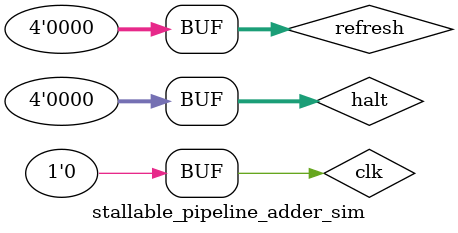
<source format=v>
`timescale 1ns / 1ps
/*·ÂÕæÒªÇó£º
1.Ä£ÄâÁ÷Ë®ÏßÔÝÍ££¬·ÂÕæÊ±¿ØÖÆ 10 ÖÜÆÚºóÔÝÍ£Á÷Ë®Ïß 2 ÖÜÆÚ£¨µÚ 2 ¼¶£©£¬Á÷Ë®Ïß»Ö¸´Á÷¶¯£»
2.Ä£ÄâÁ÷Ë®ÏßË¢ÐÂ£¬·ÂÕæÊ±¿ØÖÆ 15 ÖÜÆÚÊ±Á÷Ë®ÏßË¢ÐÂ£¨µÚ 3 ¼¶£©¡£
×¢Òâ£º·ÂÕæÖÐÓ¦¸ÃÓÃ·Ç×èÈû¸³Öµ£¡
*/

module stallable_pipeline_adder_sim();
    reg clk;
    reg[3:0] refresh;
    reg[3:0] halt;
    reg[31:0] cin_a;
    reg[31:0] cin_b;
    reg c_in;
    wire c_out;
    wire[31:0] sum_out;
    stallable_pipeline_adder gate(clk,refresh,halt,cin_a,cin_b,c_in,c_out,sum_out);
    
    initial begin
        clk=0;refresh=0;halt=0;cin_a=0;cin_b=0;c_in=0;
        #50 clk<=1;cin_a<={$random}%4096;cin_b<={$random}%4096;c_in<={$random}%2;
        #25 clk<=0;  //75ns
        #25 clk<=1;cin_a<={$random}%4096;cin_b<={$random}%4096;c_in<={$random}%2;
        #25 clk<=0;  //125ns
        #25 clk<=1;cin_a<={$random}%4096;cin_b<={$random}%4096;c_in<={$random}%2;
        #25 clk<=0;  //175ns
        #25 clk<=1;cin_a<={$random}%4096;cin_b<={$random}%4096;c_in<={$random}%2;
        #25 clk<=0;  //225ns
        #25 clk<=1;cin_a<={$random}%4096;cin_b<={$random}%4096;c_in<={$random}%2;
        #25 clk<=0;  //275ns
        #25 clk<=1;cin_a<={$random}%4096;cin_b<={$random}%4096;c_in<={$random}%2;
        #25 clk<=0;  //325ns
        #25 clk<=1;cin_a<={$random}%4096;cin_b<={$random}%4096;c_in<={$random}%2;
        #25 clk<=0;  //375ns
        #25 clk<=1;cin_a<={$random}%4096;cin_b<={$random}%4096;c_in<={$random}%2;
        #25 clk<=0;  //425ns
        #25 clk<=1;cin_a<={$random}%4096;cin_b<={$random}%4096;c_in<={$random}%2;
        #25 clk<=0;  //475ns
        #25 clk<=1;cin_a<={$random}%4096;cin_b<={$random}%4096;c_in<={$random}%2;
        #25 clk<=0;  //525ns||10ÖÜÆÚ
        #25 clk<=1;cin_a<={$random}%4096;cin_b<={$random}%4096;c_in<={$random}%2;;halt[1]<=1; //2¼¶Á÷Ë®ÏßÔÝÍ£
        #25 clk<=0;
        #25 clk<=1;cin_a<={$random}%4096;cin_b<={$random}%4096;c_in<={$random}%2;
        #25 clk<=0;halt[1]<=0;    //Á÷Ë®Ïß»Ö¸´
        #25 clk<=1;cin_a<={$random}%4096;cin_b<={$random}%4096;c_in<={$random}%2;
        #25 clk<=0;
        #25 clk<=1;cin_a<={$random}%4096;cin_b<={$random}%4096;c_in<={$random}%2;
        #25 clk<=0;  //14ÖÜÆÚ
        #25 clk<=1;cin_a<={$random}%4096;cin_b<={$random}%4096;c_in<={$random}%2;refresh[2]<=1;
        #25 clk<=0;refresh[2]<=0;
        #25 clk<=1;cin_a<={$random}%4096;cin_b<={$random}%4096;c_in<={$random}%2;
        #25 clk<=0;
        #25 clk<=1;cin_a<={$random}%4096;cin_b<={$random}%4096;c_in<={$random}%2;
        #25 clk<=0;
        #25 clk<=1;cin_a<={$random}%4096;cin_b<={$random}%4096;c_in<={$random}%2;
        #25 clk<=0;
        #25 clk<=1;cin_a<={$random}%4096;cin_b<={$random}%4096;c_in<={$random}%2;
        #25 clk<=0;
        #25 clk<=1;cin_a<={$random}%4096;cin_b<={$random}%4096;c_in<={$random}%2;
        #25 clk<=0;
    
    end
endmodule

</source>
